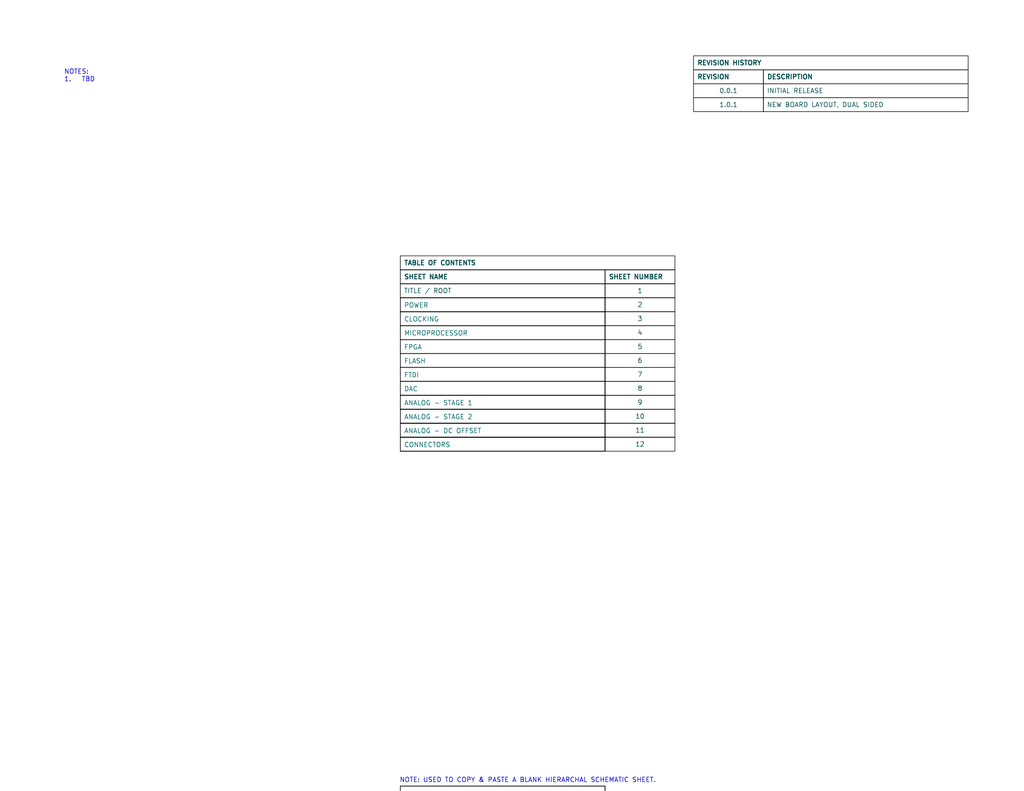
<source format=kicad_sch>
(kicad_sch
	(version 20250114)
	(generator "eeschema")
	(generator_version "9.0")
	(uuid "866ef9be-3b01-4288-a6e0-a2357aa17e50")
	(paper "A")
	(title_block
		(title "ARBITRARY WAVEFORM GENERATOR")
		(date "2025-07-15")
		(rev "1.0.1")
		(company "Tomasz Brzyzek")
	)
	(lib_symbols)
	(text "NOTE: USED TO COPY & PASTE A BLANK HIERARCHAL SCHEMATIC SHEET."
		(exclude_from_sim no)
		(at 144.018 213.106 0)
		(effects
			(font
				(size 1.27 1.27)
			)
		)
		(uuid "f8e9d5cc-351a-4f23-b504-f75bb984b671")
	)
	(text_box "2"
		(exclude_from_sim no)
		(at 165.1 81.28 0)
		(size 19.05 3.81)
		(margins 0.9525 0.9525 0.9525 0.9525)
		(stroke
			(width 0)
			(type default)
			(color 0 0 0 1)
		)
		(fill
			(type none)
		)
		(effects
			(font
				(size 1.27 1.27)
				(color 0 72 72 1)
			)
		)
		(uuid "01f8ac6f-09ae-4953-baac-9765af5d4085")
	)
	(text_box "REVISION"
		(exclude_from_sim no)
		(at 189.23 19.05 0)
		(size 19.05 3.81)
		(margins 0.9525 0.9525 0.9525 0.9525)
		(stroke
			(width 0)
			(type default)
			(color 0 0 0 1)
		)
		(fill
			(type none)
		)
		(effects
			(font
				(size 1.27 1.27)
				(thickness 0.254)
				(bold yes)
				(color 0 72 72 1)
			)
			(justify left)
		)
		(uuid "055cb14a-0792-4ba2-a46f-215aebb4c809")
	)
	(text_box "NEW BOARD LAYOUT, DUAL SIDED"
		(exclude_from_sim no)
		(at 208.28 26.67 0)
		(size 55.88 3.81)
		(margins 0.9525 0.9525 0.9525 0.9525)
		(stroke
			(width 0)
			(type solid)
			(color 0 0 0 1)
		)
		(fill
			(type none)
		)
		(effects
			(font
				(size 1.27 1.27)
				(color 0 72 72 1)
			)
			(justify left)
		)
		(uuid "05688b44-62a5-4d96-bd8e-663c85c5ea7c")
	)
	(text_box "3"
		(exclude_from_sim no)
		(at 165.1 85.09 0)
		(size 19.05 3.81)
		(margins 0.9525 0.9525 0.9525 0.9525)
		(stroke
			(width 0)
			(type default)
			(color 0 0 0 1)
		)
		(fill
			(type none)
		)
		(effects
			(font
				(size 1.27 1.27)
				(color 0 72 72 1)
			)
		)
		(uuid "057ecabf-76a3-41e1-bd8a-b401d3d74bc4")
	)
	(text_box "REVISION HISTORY"
		(exclude_from_sim no)
		(at 189.23 15.24 0)
		(size 74.93 3.81)
		(margins 0.9525 0.9525 0.9525 0.9525)
		(stroke
			(width 0)
			(type default)
			(color 0 0 0 1)
		)
		(fill
			(type none)
		)
		(effects
			(font
				(size 1.27 1.27)
				(thickness 0.254)
				(bold yes)
				(color 0 72 72 1)
			)
			(justify left)
		)
		(uuid "20bb2244-dbae-4f72-8106-e9df9b3bfd50")
	)
	(text_box "4"
		(exclude_from_sim no)
		(at 165.1 88.9 0)
		(size 19.05 3.81)
		(margins 0.9525 0.9525 0.9525 0.9525)
		(stroke
			(width 0)
			(type default)
			(color 0 0 0 1)
		)
		(fill
			(type none)
		)
		(effects
			(font
				(size 1.27 1.27)
				(color 0 72 72 1)
			)
		)
		(uuid "2164bdcd-aa25-44dc-8228-f0acc9a0b047")
	)
	(text_box "SHEET NAME"
		(exclude_from_sim no)
		(at 109.22 73.66 0)
		(size 55.88 3.81)
		(margins 0.9525 0.9525 0.9525 0.9525)
		(stroke
			(width 0)
			(type default)
			(color 0 0 0 1)
		)
		(fill
			(type none)
		)
		(effects
			(font
				(size 1.27 1.27)
				(thickness 0.254)
				(bold yes)
				(color 0 72 72 1)
			)
			(justify left)
		)
		(uuid "2658ae98-dd8c-459b-84d3-24d2a4cabc56")
	)
	(text_box "1.0.1"
		(exclude_from_sim no)
		(at 189.23 26.67 0)
		(size 19.05 3.81)
		(margins 0.9525 0.9525 0.9525 0.9525)
		(stroke
			(width 0)
			(type solid)
			(color 0 0 0 1)
		)
		(fill
			(type none)
		)
		(effects
			(font
				(size 1.27 1.27)
				(color 0 72 72 1)
			)
		)
		(uuid "2750fd5f-11e7-4a38-bf77-e757fc297f4c")
	)
	(text_box "TABLE OF CONTENTS"
		(exclude_from_sim no)
		(at 109.22 69.85 0)
		(size 74.93 3.81)
		(margins 0.9525 0.9525 0.9525 0.9525)
		(stroke
			(width 0)
			(type default)
			(color 0 0 0 1)
		)
		(fill
			(type none)
		)
		(effects
			(font
				(size 1.27 1.27)
				(thickness 0.254)
				(bold yes)
				(color 0 72 72 1)
			)
			(justify left)
		)
		(uuid "30cb4e8a-0f93-49f5-9ce2-312aa8491742")
	)
	(text_box "SHEET NUMBER"
		(exclude_from_sim no)
		(at 165.1 73.66 0)
		(size 19.05 3.81)
		(margins 0.9525 0.9525 0.9525 0.9525)
		(stroke
			(width 0)
			(type default)
			(color 0 0 0 1)
		)
		(fill
			(type none)
		)
		(effects
			(font
				(size 1.27 1.27)
				(thickness 0.254)
				(bold yes)
				(color 0 72 72 1)
			)
			(justify left)
		)
		(uuid "3f6a981a-3190-4ac2-9bcf-92626abed2d4")
	)
	(text_box "7"
		(exclude_from_sim no)
		(at 165.1 100.33 0)
		(size 19.05 3.81)
		(margins 0.9525 0.9525 0.9525 0.9525)
		(stroke
			(width 0)
			(type default)
			(color 0 0 0 1)
		)
		(fill
			(type none)
		)
		(effects
			(font
				(size 1.27 1.27)
				(color 0 72 72 1)
			)
		)
		(uuid "51c4fcd4-ecad-4933-9fed-2ab2cc4c253c")
	)
	(text_box "8"
		(exclude_from_sim no)
		(at 165.1 104.14 0)
		(size 19.05 3.81)
		(margins 0.9525 0.9525 0.9525 0.9525)
		(stroke
			(width 0)
			(type default)
			(color 0 0 0 1)
		)
		(fill
			(type none)
		)
		(effects
			(font
				(size 1.27 1.27)
				(color 0 72 72 1)
			)
		)
		(uuid "6632f504-9e62-4b98-aecb-504266955ccc")
	)
	(text_box "11"
		(exclude_from_sim no)
		(at 165.1 115.57 0)
		(size 19.05 3.81)
		(margins 0.9525 0.9525 0.9525 0.9525)
		(stroke
			(width 0)
			(type default)
			(color 0 0 0 1)
		)
		(fill
			(type none)
		)
		(effects
			(font
				(size 1.27 1.27)
				(color 0 72 72 1)
			)
		)
		(uuid "6f231fdc-cf5e-4566-a539-5cd91b777b47")
	)
	(text_box "DESCRIPTION"
		(exclude_from_sim no)
		(at 208.28 19.05 0)
		(size 55.88 3.81)
		(margins 0.9525 0.9525 0.9525 0.9525)
		(stroke
			(width 0)
			(type default)
			(color 0 0 0 1)
		)
		(fill
			(type none)
		)
		(effects
			(font
				(size 1.27 1.27)
				(thickness 0.254)
				(bold yes)
				(color 0 72 72 1)
			)
			(justify left)
		)
		(uuid "90b03f3b-8994-48c8-80d3-5f97d93d4f16")
	)
	(text_box "6"
		(exclude_from_sim no)
		(at 165.1 96.52 0)
		(size 19.05 3.81)
		(margins 0.9525 0.9525 0.9525 0.9525)
		(stroke
			(width 0)
			(type default)
			(color 0 0 0 1)
		)
		(fill
			(type none)
		)
		(effects
			(font
				(size 1.27 1.27)
				(color 0 72 72 1)
			)
		)
		(uuid "94738b7c-693d-4b0e-a197-2d900988529a")
	)
	(text_box "NOTES:\n1.	TBD"
		(exclude_from_sim no)
		(at 16.51 17.78 0)
		(size 83.82 107.95)
		(margins 0.9524 0.9524 0.9524 0.9524)
		(stroke
			(width -0.0001)
			(type default)
		)
		(fill
			(type none)
		)
		(effects
			(font
				(size 1.27 1.27)
			)
			(justify left top)
		)
		(uuid "a5a09aeb-5b6d-4333-9a75-c70ea06bb632")
	)
	(text_box "TITLE / ROOT"
		(exclude_from_sim no)
		(at 109.22 77.47 0)
		(size 55.88 3.81)
		(margins 0.9525 0.9525 0.9525 0.9525)
		(stroke
			(width 0)
			(type default)
			(color 0 0 0 1)
		)
		(fill
			(type none)
		)
		(effects
			(font
				(size 1.27 1.27)
				(color 0 72 72 1)
			)
			(justify left)
		)
		(uuid "ad3108a1-6f02-4302-8db2-dd7b0350ae43")
	)
	(text_box "10"
		(exclude_from_sim no)
		(at 165.1 111.76 0)
		(size 19.05 3.81)
		(margins 0.9525 0.9525 0.9525 0.9525)
		(stroke
			(width 0)
			(type default)
			(color 0 0 0 1)
		)
		(fill
			(type none)
		)
		(effects
			(font
				(size 1.27 1.27)
				(color 0 72 72 1)
			)
		)
		(uuid "b2af73cf-66d8-4b7c-852a-2560481231a7")
	)
	(text_box "INITIAL RELEASE"
		(exclude_from_sim no)
		(at 208.28 22.86 0)
		(size 55.88 3.81)
		(margins 0.9525 0.9525 0.9525 0.9525)
		(stroke
			(width 0)
			(type default)
			(color 0 0 0 1)
		)
		(fill
			(type none)
		)
		(effects
			(font
				(size 1.27 1.27)
				(color 0 72 72 1)
			)
			(justify left)
		)
		(uuid "b63e84f1-4249-470d-b1a6-86f148673620")
	)
	(text_box "12"
		(exclude_from_sim no)
		(at 165.1 119.38 0)
		(size 19.05 3.81)
		(margins 0.9525 0.9525 0.9525 0.9525)
		(stroke
			(width 0)
			(type default)
			(color 0 0 0 1)
		)
		(fill
			(type none)
		)
		(effects
			(font
				(size 1.27 1.27)
				(color 0 72 72 1)
			)
		)
		(uuid "c120278d-6f88-45ff-905d-b57bee88229d")
	)
	(text_box "0.0.1"
		(exclude_from_sim no)
		(at 189.23 22.86 0)
		(size 19.05 3.81)
		(margins 0.9525 0.9525 0.9525 0.9525)
		(stroke
			(width 0)
			(type default)
			(color 0 0 0 1)
		)
		(fill
			(type none)
		)
		(effects
			(font
				(size 1.27 1.27)
				(color 0 72 72 1)
			)
		)
		(uuid "c98ecee2-77a8-40d9-929f-155f1e90863f")
	)
	(text_box "5"
		(exclude_from_sim no)
		(at 165.1 92.71 0)
		(size 19.05 3.81)
		(margins 0.9525 0.9525 0.9525 0.9525)
		(stroke
			(width 0)
			(type default)
			(color 0 0 0 1)
		)
		(fill
			(type none)
		)
		(effects
			(font
				(size 1.27 1.27)
				(color 0 72 72 1)
			)
		)
		(uuid "ee7da98a-f033-436d-84cf-4116531a5425")
	)
	(text_box "1"
		(exclude_from_sim no)
		(at 165.1 77.47 0)
		(size 19.05 3.81)
		(margins 0.9525 0.9525 0.9525 0.9525)
		(stroke
			(width 0)
			(type default)
			(color 0 0 0 1)
		)
		(fill
			(type none)
		)
		(effects
			(font
				(size 1.27 1.27)
				(color 0 72 72 1)
			)
		)
		(uuid "f3a4c47b-48c3-4217-825d-9dcb3e5f829e")
	)
	(text_box "9"
		(exclude_from_sim no)
		(at 165.1 107.95 0)
		(size 19.05 3.81)
		(margins 0.9525 0.9525 0.9525 0.9525)
		(stroke
			(width 0)
			(type default)
			(color 0 0 0 1)
		)
		(fill
			(type none)
		)
		(effects
			(font
				(size 1.27 1.27)
				(color 0 72 72 1)
			)
		)
		(uuid "fff84930-5cb2-45df-bcb7-6c085ad336dc")
	)
	(sheet
		(at 109.22 88.9)
		(size 55.88 3.81)
		(exclude_from_sim no)
		(in_bom yes)
		(on_board yes)
		(dnp no)
		(stroke
			(width 0.1524)
			(type solid)
			(color 0 0 0 1)
		)
		(fill
			(color 0 0 0 0.0000)
		)
		(uuid "1173c135-6710-44aa-af07-a45f7e01d96a")
		(property "Sheetname" "MICROPROCESSOR"
			(at 110.236 90.932 0)
			(effects
				(font
					(size 1.27 1.27)
				)
				(justify left)
			)
		)
		(property "Sheetfile" "microprocessor.kicad_sch"
			(at 109.22 93.2946 0)
			(effects
				(font
					(size 1.27 1.27)
				)
				(justify left top)
				(hide yes)
			)
		)
		(instances
			(project "arb"
				(path "/866ef9be-3b01-4288-a6e0-a2357aa17e50"
					(page "4")
				)
			)
		)
	)
	(sheet
		(at 109.22 92.71)
		(size 55.88 3.81)
		(exclude_from_sim no)
		(in_bom yes)
		(on_board yes)
		(dnp no)
		(stroke
			(width 0.1524)
			(type solid)
			(color 0 0 0 1)
		)
		(fill
			(color 0 0 0 0.0000)
		)
		(uuid "13f127a8-adf3-43db-9fea-9a9f154787f6")
		(property "Sheetname" "FPGA"
			(at 110.236 94.742 0)
			(effects
				(font
					(size 1.27 1.27)
				)
				(justify left)
			)
		)
		(property "Sheetfile" "fpga.kicad_sch"
			(at 109.22 97.1046 0)
			(effects
				(font
					(size 1.27 1.27)
				)
				(justify left top)
				(hide yes)
			)
		)
		(instances
			(project "arb"
				(path "/866ef9be-3b01-4288-a6e0-a2357aa17e50"
					(page "5")
				)
			)
		)
	)
	(sheet
		(at 109.22 107.95)
		(size 55.88 3.81)
		(exclude_from_sim no)
		(in_bom yes)
		(on_board yes)
		(dnp no)
		(stroke
			(width 0.1524)
			(type solid)
			(color 0 0 0 1)
		)
		(fill
			(color 0 0 0 0.0000)
		)
		(uuid "15631b2d-3708-4ae8-a4e9-7f8a7b587733")
		(property "Sheetname" "ANALOG - STAGE 1"
			(at 110.236 109.982 0)
			(effects
				(font
					(size 1.27 1.27)
				)
				(justify left)
			)
		)
		(property "Sheetfile" "analog1.kicad_sch"
			(at 109.22 112.3446 0)
			(effects
				(font
					(size 1.27 1.27)
				)
				(justify left top)
				(hide yes)
			)
		)
		(instances
			(project "arb"
				(path "/866ef9be-3b01-4288-a6e0-a2357aa17e50"
					(page "9")
				)
			)
		)
	)
	(sheet
		(at 109.22 81.28)
		(size 55.88 3.81)
		(exclude_from_sim no)
		(in_bom yes)
		(on_board yes)
		(dnp no)
		(stroke
			(width 0.1524)
			(type solid)
			(color 0 0 0 1)
		)
		(fill
			(color 0 0 0 0.0000)
		)
		(uuid "1bf072f1-a14e-405a-bc69-5714f3381f47")
		(property "Sheetname" "POWER"
			(at 110.236 83.312 0)
			(effects
				(font
					(size 1.27 1.27)
				)
				(justify left)
			)
		)
		(property "Sheetfile" "power.kicad_sch"
			(at 109.22 85.6746 0)
			(effects
				(font
					(size 1.27 1.27)
				)
				(justify left top)
				(hide yes)
			)
		)
		(instances
			(project "arb"
				(path "/866ef9be-3b01-4288-a6e0-a2357aa17e50"
					(page "2")
				)
			)
		)
	)
	(sheet
		(at 109.22 96.52)
		(size 55.88 3.81)
		(exclude_from_sim no)
		(in_bom yes)
		(on_board yes)
		(dnp no)
		(stroke
			(width 0.1524)
			(type solid)
			(color 0 0 0 1)
		)
		(fill
			(color 0 0 0 0.0000)
		)
		(uuid "3eaf535e-ef91-4de7-bf25-42486b2f88fe")
		(property "Sheetname" "FLASH"
			(at 110.236 98.552 0)
			(effects
				(font
					(size 1.27 1.27)
				)
				(justify left)
			)
		)
		(property "Sheetfile" "flash.kicad_sch"
			(at 109.22 100.9146 0)
			(effects
				(font
					(size 1.27 1.27)
				)
				(justify left top)
				(hide yes)
			)
		)
		(instances
			(project "arb"
				(path "/866ef9be-3b01-4288-a6e0-a2357aa17e50"
					(page "7")
				)
			)
		)
	)
	(sheet
		(at 109.22 85.09)
		(size 55.88 3.81)
		(exclude_from_sim no)
		(in_bom yes)
		(on_board yes)
		(dnp no)
		(stroke
			(width 0.1524)
			(type solid)
			(color 0 0 0 1)
		)
		(fill
			(color 0 0 0 0.0000)
		)
		(uuid "59503b16-13c4-4480-8e22-c5a7043d8844")
		(property "Sheetname" "CLOCKING"
			(at 110.236 87.122 0)
			(effects
				(font
					(size 1.27 1.27)
				)
				(justify left)
			)
		)
		(property "Sheetfile" "clocking.kicad_sch"
			(at 109.22 89.4846 0)
			(effects
				(font
					(size 1.27 1.27)
				)
				(justify left top)
				(hide yes)
			)
		)
		(instances
			(project "arb"
				(path "/866ef9be-3b01-4288-a6e0-a2357aa17e50"
					(page "3")
				)
			)
		)
	)
	(sheet
		(at 109.22 100.33)
		(size 55.88 3.81)
		(exclude_from_sim no)
		(in_bom yes)
		(on_board yes)
		(dnp no)
		(stroke
			(width 0.1524)
			(type solid)
			(color 0 0 0 1)
		)
		(fill
			(color 0 0 0 0.0000)
		)
		(uuid "671babe9-63c4-471b-b226-781a2641e7ad")
		(property "Sheetname" "FTDI"
			(at 110.236 102.362 0)
			(effects
				(font
					(size 1.27 1.27)
				)
				(justify left)
			)
		)
		(property "Sheetfile" "ftdi.kicad_sch"
			(at 109.22 104.7246 0)
			(effects
				(font
					(size 1.27 1.27)
				)
				(justify left top)
				(hide yes)
			)
		)
		(instances
			(project "arb"
				(path "/866ef9be-3b01-4288-a6e0-a2357aa17e50"
					(page "6")
				)
			)
		)
	)
	(sheet
		(at 109.22 104.14)
		(size 55.88 3.81)
		(exclude_from_sim no)
		(in_bom yes)
		(on_board yes)
		(dnp no)
		(stroke
			(width 0.1524)
			(type solid)
			(color 0 0 0 1)
		)
		(fill
			(color 0 0 0 0.0000)
		)
		(uuid "7126ceca-2dec-4994-855f-f217c0acdc71")
		(property "Sheetname" "DAC"
			(at 110.236 106.172 0)
			(effects
				(font
					(size 1.27 1.27)
				)
				(justify left)
			)
		)
		(property "Sheetfile" "dac.kicad_sch"
			(at 109.22 108.5346 0)
			(effects
				(font
					(size 1.27 1.27)
				)
				(justify left top)
				(hide yes)
			)
		)
		(instances
			(project "arb"
				(path "/866ef9be-3b01-4288-a6e0-a2357aa17e50"
					(page "8")
				)
			)
		)
	)
	(sheet
		(at 109.22 214.63)
		(size 55.88 3.81)
		(exclude_from_sim no)
		(in_bom yes)
		(on_board yes)
		(dnp no)
		(stroke
			(width 0.1524)
			(type solid)
			(color 0 0 0 1)
		)
		(fill
			(color 0 0 0 0.0000)
		)
		(uuid "d28261b1-c955-4283-8a47-f8291dd1b7a6")
		(property "Sheetname" "BLANK TEMPLATE"
			(at 110.236 216.662 0)
			(effects
				(font
					(size 1.27 1.27)
				)
				(justify left)
			)
		)
		(property "Sheetfile" "blank_template.kicad_sch"
			(at 109.22 219.0246 0)
			(effects
				(font
					(size 1.27 1.27)
				)
				(justify left top)
				(hide yes)
			)
		)
		(instances
			(project "arb"
				(path "/866ef9be-3b01-4288-a6e0-a2357aa17e50"
					(page "99")
				)
			)
		)
	)
	(sheet
		(at 109.22 115.57)
		(size 55.88 3.81)
		(exclude_from_sim no)
		(in_bom yes)
		(on_board yes)
		(dnp no)
		(stroke
			(width 0.1524)
			(type solid)
			(color 0 0 0 1)
		)
		(fill
			(color 0 0 0 0.0000)
		)
		(uuid "dd20ed2c-105a-40ef-bdba-a4198899f68e")
		(property "Sheetname" "ANALOG - DC OFFSET"
			(at 110.236 117.602 0)
			(effects
				(font
					(size 1.27 1.27)
				)
				(justify left)
			)
		)
		(property "Sheetfile" "analogdc.kicad_sch"
			(at 109.22 119.9646 0)
			(effects
				(font
					(size 1.27 1.27)
				)
				(justify left top)
				(hide yes)
			)
		)
		(instances
			(project "arb"
				(path "/866ef9be-3b01-4288-a6e0-a2357aa17e50"
					(page "11")
				)
			)
		)
	)
	(sheet
		(at 109.22 111.76)
		(size 55.88 3.81)
		(exclude_from_sim no)
		(in_bom yes)
		(on_board yes)
		(dnp no)
		(stroke
			(width 0.1524)
			(type solid)
			(color 0 0 0 1)
		)
		(fill
			(color 0 0 0 0.0000)
		)
		(uuid "e46c6640-71a3-4b78-b602-0f6be9676e36")
		(property "Sheetname" "ANALOG - STAGE 2"
			(at 110.236 113.792 0)
			(effects
				(font
					(size 1.27 1.27)
				)
				(justify left)
			)
		)
		(property "Sheetfile" "analog2.kicad_sch"
			(at 109.22 116.1546 0)
			(effects
				(font
					(size 1.27 1.27)
				)
				(justify left top)
				(hide yes)
			)
		)
		(instances
			(project "arb"
				(path "/866ef9be-3b01-4288-a6e0-a2357aa17e50"
					(page "10")
				)
			)
		)
	)
	(sheet
		(at 109.22 119.38)
		(size 55.88 3.81)
		(exclude_from_sim no)
		(in_bom yes)
		(on_board yes)
		(dnp no)
		(stroke
			(width 0.1524)
			(type solid)
			(color 0 0 0 1)
		)
		(fill
			(color 0 0 0 0.0000)
		)
		(uuid "eb105004-087f-4ea7-8291-809b214299af")
		(property "Sheetname" "CONNECTORS"
			(at 110.236 121.412 0)
			(effects
				(font
					(size 1.27 1.27)
				)
				(justify left)
			)
		)
		(property "Sheetfile" "connectors.kicad_sch"
			(at 109.22 123.7746 0)
			(effects
				(font
					(size 1.27 1.27)
				)
				(justify left top)
				(hide yes)
			)
		)
		(instances
			(project "arb"
				(path "/866ef9be-3b01-4288-a6e0-a2357aa17e50"
					(page "12")
				)
			)
		)
	)
	(sheet_instances
		(path "/"
			(page "1")
		)
	)
	(embedded_fonts no)
)

</source>
